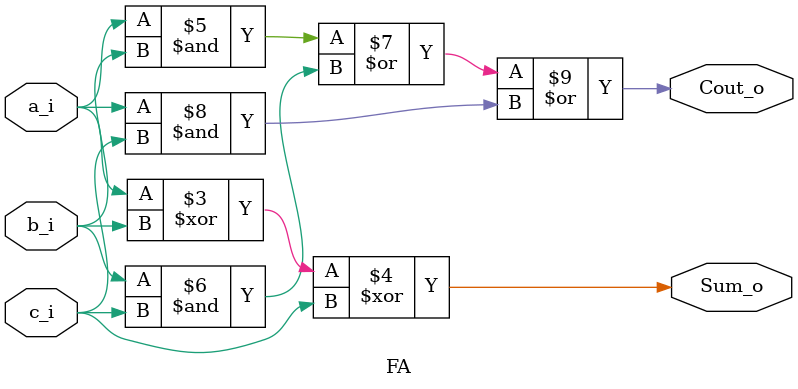
<source format=v>
module MUL_TOP(
    clk,
    rst_n,
    A,
    B,
    Out
);

input clk, rst_n;
input [31:0] A;
input [31:0] B;
output [31:0] Out;

reg [31:0] p1_r;
reg [22:0] p2_r;
wire [31:0] p1_w;
wire [22:0] p2_w;
wire [31:0] mul_out;

assign Out = mul_out;

Wallace_MUL_32_p1 wallace_32_p1 (
    .A_i(A),
    .B_i(B),
    .partialSum0_o(p1_w),
    .partialSum1_o(p2_w)
);

Wallace_MUL_32_p2 wallace_32_p2 (
    .partialSum0_i(p1_r),
    .partialSum1_i(p2_r),
    .Out_o(mul_out)
);

always @(posedge clk) begin
    if(~rst_n) begin
        p1_r <= 32'b0;
        p2_r <= 32'b0;
    end else begin
        p1_r <= p1_w;
        p2_r <= p2_w;
    end
end

endmodule

// module Wallace_MUL_32 (
//     A_i,
//     B_i,
//     Out_o
//     );

//     input [31:0] A_i;
//     input [31:0] B_i;
//     output [31:0] Out_o;

//     reg [31:0] product [0:31];

//     integer i, j;
//     genvar k;

//     // assign Out_o = A_i * B_i;

//     always @(*) begin
//         for (i=0; i<32; i=i+1) begin
//             for (j=0; j<32; j=j+1) begin
//                 product[i][j] = A_i[j] & B_i[i];
//             end
//         end
//     end

//     // stage 1: 32 -> 22
//     wire [32:0] stage1 [0:21];

//     assign stage1[0][0] = product[0][0];
//     HA ha1_01( .a_i(product[0][1]), .b_i(product[1][0]), .Sum_o(stage1[0][1]), .Cout_o(stage1[1][2]) );
//     generate
//         for (k=2; k<=31; k=k+1) begin: gen_stage1_1
//             FA fa1_k( .a_i(product[0][k]), .b_i(product[1][k-1]), .c_i(product[2][k-2]), .Sum_o(stage1[0][k]), .Cout_o(stage1[1][k+1]) );
//         end
//     endgenerate

//     assign stage1[2][3] = product[3][0];
//     HA ha1_24( .a_i(product[3][1]), .b_i(product[4][0]), .Sum_o(stage1[2][4]), .Cout_o(stage1[3][5]) );
//     generate
//         for (k=5; k<=31; k=k+1) begin: gen_stage1_2
//             FA fa1_k( .a_i(product[3][k-3]), .b_i(product[4][k-4]), .c_i(product[5][k-5]), .Sum_o(stage1[2][k]), .Cout_o(stage1[3][k+1]) );
//         end
//     endgenerate

//     assign stage1[4][6] = product[6][0];
//     HA ha1_47( .a_i(product[6][1]), .b_i(product[7][0]), .Sum_o(stage1[4][7]), .Cout_o(stage1[5][8]) );
//     generate
//         for (k=8; k<=31; k=k+1) begin: gen_stage1_3
//             FA fa1_k( .a_i(product[6][k-6]), .b_i(product[7][k-7]), .c_i(product[8][k-8]), .Sum_o(stage1[4][k]), .Cout_o(stage1[5][k+1]) );
//         end
//     endgenerate

//     assign stage1[6][9] = product[9][0];
//     HA ha1_610( .a_i(product[9][1]), .b_i(product[10][0]), .Sum_o(stage1[6][10]), .Cout_o(stage1[7][11]) );
//     generate
//         for (k=11; k<=31; k=k+1) begin: gen_stage1_4
//             FA fa1_k( .a_i(product[9][k-9]), .b_i(product[10][k-10]), .c_i(product[11][k-11]), .Sum_o(stage1[6][k]), .Cout_o(stage1[7][k+1]) );
//         end
//     endgenerate

//     assign stage1[8][12] = product[12][0];
//     HA ha1_813( .a_i(product[12][1]), .b_i(product[13][0]), .Sum_o(stage1[8][13]), .Cout_o(stage1[9][14]) );
//     generate
//         for (k=14; k<=31; k=k+1) begin: gen_stage1_5
//             FA fa1_k( .a_i(product[12][k-12]), .b_i(product[13][k-13]), .c_i(product[14][k-14]), .Sum_o(stage1[8][k]), .Cout_o(stage1[9][k+1]) );
//         end
//     endgenerate

//     assign stage1[10][15] = product[15][0];
//     HA ha1_1016( .a_i(product[15][1]), .b_i(product[16][0]), .Sum_o(stage1[10][16]), .Cout_o(stage1[11][17]) );
//     generate
//         for (k=17; k<=31; k=k+1) begin: gen_stage1_6
//             FA fa1_k( .a_i(product[15][k-15]), .b_i(product[16][k-16]), .c_i(product[17][k-17]), .Sum_o(stage1[10][k]), .Cout_o(stage1[11][k+1]) );
//         end
//     endgenerate

//     assign stage1[12][18] = product[18][0];
//     HA ha1_1219( .a_i(product[18][1]), .b_i(product[19][0]), .Sum_o(stage1[12][19]), .Cout_o(stage1[13][20]) );
//     generate
//         for (k=20; k<=31; k=k+1) begin: gen_stage1_7
//             FA fa1_k( .a_i(product[18][k-18]), .b_i(product[19][k-19]), .c_i(product[20][k-20]), .Sum_o(stage1[12][k]), .Cout_o(stage1[13][k+1]) );
//         end
//     endgenerate

//     assign stage1[14][21] = product[21][0];
//     HA ha1_1422( .a_i(product[21][1]), .b_i(product[22][0]), .Sum_o(stage1[14][22]), .Cout_o(stage1[15][23]) );
//     generate
//         for (k=23; k<=31; k=k+1) begin: gen_stage1_8
//             FA fa1_k( .a_i(product[21][k-21]), .b_i(product[22][k-22]), .c_i(product[23][k-23]), .Sum_o(stage1[14][k]), .Cout_o(stage1[15][k+1]) );
//         end
//     endgenerate

//     assign stage1[16][24] = product[24][0];
//     HA ha1_1625( .a_i(product[24][1]), .b_i(product[25][0]), .Sum_o(stage1[16][25]), .Cout_o(stage1[17][26]) );
//     generate
//         for (k=26; k<=31; k=k+1) begin: gen_stage1_9
//             FA fa1_k( .a_i(product[24][k-24]), .b_i(product[25][k-25]), .c_i(product[26][k-26]), .Sum_o(stage1[16][k]), .Cout_o(stage1[17][k+1]) );
//         end
//     endgenerate

//     assign stage1[18][27] = product[27][0];
//     HA ha1_1828( .a_i(product[27][1]), .b_i(product[28][0]), .Sum_o(stage1[18][28]), .Cout_o(stage1[19][29]) );
//     generate
//         for (k=29; k<=31; k=k+1) begin: gen_stage1_10
//             FA fa1_k( .a_i(product[27][k-27]), .b_i(product[28][k-28]), .c_i(product[29][k-29]), .Sum_o(stage1[18][k]), .Cout_o(stage1[19][k+1]) );
//         end
//     endgenerate

//     assign stage1[20][31:30] = product[30][1:0];
//     assign stage1[21][31] = product[31][0];

//     // stage 2: 22 -> 15
//     wire [32:0] stage2 [0:14];

//     assign stage2[0][1:0] = stage1[0][1:0];
//     HA ha2_02( .a_i(stage1[0][2]), .b_i(stage1[1][2]), .Sum_o(stage2[0][2]), .Cout_o(stage2[1][3]) );
//     generate
//         for (k=3; k<=31; k=k+1) begin: gen_stage2_1
//             FA fa2_k( .a_i(stage1[0][k]), .b_i(stage1[1][k]), .c_i(stage1[2][k]), .Sum_o(stage2[0][k]), .Cout_o(stage2[1][k+1]) );
//         end
//     endgenerate

//     assign stage2[2][5] = stage1[3][5];
//     HA ha2_26( .a_i(stage1[3][6]), .b_i(stage1[4][6]), .Sum_o(stage2[2][6]), .Cout_o(stage2[3][7]) );
//     HA ha2_27( .a_i(stage1[3][7]), .b_i(stage1[4][7]), .Sum_o(stage2[2][7]), .Cout_o(stage2[3][8]) );
//     generate
//         for (k=8; k<=31; k=k+1) begin: gen_stage2_2
//             FA fa2_k( .a_i(stage1[3][k]), .b_i(stage1[4][k]), .c_i(stage1[5][k]), .Sum_o(stage2[2][k]), .Cout_o(stage2[3][k+1]) );
//         end
//     endgenerate

//     assign stage2[4][10:9] = stage1[6][10:9];
//     HA ha2_411( .a_i(stage1[6][11]), .b_i(stage1[7][11]), .Sum_o(stage2[4][11]), .Cout_o(stage2[5][12]) );
//     generate
//         for (k=12; k<=31; k=k+1) begin: gen_stage2_3
//             FA fa2_k( .a_i(stage1[6][k]), .b_i(stage1[7][k]), .c_i(stage1[8][k]), .Sum_o(stage2[4][k]), .Cout_o(stage2[5][k+1]) );
//         end
//     endgenerate

//     assign stage2[6][14] = stage1[9][14];
//     HA ha2_615( .a_i(stage1[9][15]), .b_i(stage1[10][15]), .Sum_o(stage2[6][15]), .Cout_o(stage2[7][16]) );
//     HA ha2_616( .a_i(stage1[9][16]), .b_i(stage1[10][16]), .Sum_o(stage2[6][16]), .Cout_o(stage2[7][17]) );
//     generate
//         for (k=17; k<=31; k=k+1) begin: gen_stage2_4
//             FA fa2_k( .a_i(stage1[9][k]), .b_i(stage1[10][k]), .c_i(stage1[11][k]), .Sum_o(stage2[6][k]), .Cout_o(stage2[7][k+1]) );
//         end
//     endgenerate

//     assign stage2[8][19:18] = stage1[12][19:18];
//     HA ha2_820( .a_i(stage1[12][20]), .b_i(stage1[13][20]), .Sum_o(stage2[8][20]), .Cout_o(stage2[9][21]) );
//     generate
//         for (k=21; k<=31; k=k+1) begin: gen_stage2_5
//             FA fa2_k( .a_i(stage1[12][k]), .b_i(stage1[13][k]), .c_i(stage1[14][k]), .Sum_o(stage2[8][k]), .Cout_o(stage2[9][k+1]) );
//         end
//     endgenerate

//     assign stage2[10][23] = stage1[15][23];
//     HA ha2_1024( .a_i(stage1[15][24]), .b_i(stage1[16][24]), .Sum_o(stage2[10][24]), .Cout_o(stage2[11][25]) );
//     HA ha2_1025( .a_i(stage1[15][25]), .b_i(stage1[16][25]), .Sum_o(stage2[10][25]), .Cout_o(stage2[11][26]) );
//     generate
//         for (k=26; k<=31; k=k+1) begin: gen_stage2_6
//             FA fa2_k( .a_i(stage1[15][k]), .b_i(stage1[16][k]), .c_i(stage1[17][k]), .Sum_o(stage2[10][k]), .Cout_o(stage2[11][k+1]) );
//         end
//     endgenerate

//     assign stage2[12][28:27] = stage1[18][28:27];
//     HA ha2_1229( .a_i(stage1[18][29]), .b_i(stage1[19][29]), .Sum_o(stage2[12][29]), .Cout_o(stage2[13][30]) );
//     generate
//         for (k=30; k<=31; k=k+1) begin: gen_stage2_7
//             FA fa2_k( .a_i(stage1[18][k]), .b_i(stage1[19][k]), .c_i(stage1[20][k]), .Sum_o(stage2[12][k]), .Cout_o(stage2[13][k+1]) );
//         end
//     endgenerate

//     assign stage2[14][31] = stage1[21][31];

//     // stage 3: 15 -> 10
//     wire [32:0] stage3 [0:9];

//     assign stage3[0][2:0] = stage2[0][2:0];
//     HA ha3_03( .a_i(stage2[0][3]), .b_i(stage2[1][3]), .Sum_o(stage3[0][3]), .Cout_o(stage3[1][4]) );
//     HA ha3_04( .a_i(stage2[0][4]), .b_i(stage2[1][4]), .Sum_o(stage3[0][4]), .Cout_o(stage3[1][5]) );
//     generate
//         for (k=5; k<=31; k=k+1) begin: gen_stage3_1
//             FA fa3_k( .a_i(stage2[0][k]), .b_i(stage2[1][k]), .c_i(stage2[2][k]), .Sum_o(stage3[0][k]), .Cout_o(stage3[1][k+1]) );
//         end
//     endgenerate

//     assign stage3[2][8:7] = stage2[3][8:7];
//     HA ha3_29( .a_i(stage2[3][9]), .b_i(stage2[4][9]), .Sum_o(stage3[2][9]), .Cout_o(stage3[3][10]) );
//     HA ha3_210( .a_i(stage2[3][10]), .b_i(stage2[4][10]), .Sum_o(stage3[2][10]), .Cout_o(stage3[3][11]) );
//     HA ha3_211( .a_i(stage2[3][11]), .b_i(stage2[4][11]), .Sum_o(stage3[2][11]), .Cout_o(stage3[3][12]) );
//     generate
//         for (k=12; k<=31; k=k+1) begin: gen_stage3_2
//             FA fa3_k( .a_i(stage2[3][k]), .b_i(stage2[4][k]), .c_i(stage2[5][k]), .Sum_o(stage3[2][k]), .Cout_o(stage3[3][k+1]) );
//         end
//     endgenerate

//     assign stage3[4][15:14] = stage2[6][15:14];
//     HA ha3_416( .a_i(stage2[6][16]), .b_i(stage2[7][16]), .Sum_o(stage3[4][16]), .Cout_o(stage3[5][17]) );
//     HA ha3_417( .a_i(stage2[6][17]), .b_i(stage2[7][17]), .Sum_o(stage3[4][17]), .Cout_o(stage3[5][18]) );
//     generate
//         for (k=18; k<=31; k=k+1) begin: gen_stage3_3
//             FA fa3_k( .a_i(stage2[6][k]), .b_i(stage2[7][k]), .c_i(stage2[8][k]), .Sum_o(stage3[4][k]), .Cout_o(stage3[5][k+1]) );
//         end
//     endgenerate

//     assign stage3[6][22:21] = stage2[9][22:21];
//     HA ha3_623( .a_i(stage2[9][23]), .b_i(stage2[10][23]), .Sum_o(stage3[6][23]), .Cout_o(stage3[7][24]) );
//     HA ha3_624( .a_i(stage2[9][24]), .b_i(stage2[10][24]), .Sum_o(stage3[6][24]), .Cout_o(stage3[7][25]) );
//     generate
//         for (k=25; k<=31; k=k+1) begin: gen_stage3_4
//             FA fa3_k( .a_i(stage2[9][k]), .b_i(stage2[10][k]), .c_i(stage2[11][k]), .Sum_o(stage3[6][k]), .Cout_o(stage3[7][k+1]) );
//         end
//     endgenerate

//     assign stage3[8][29:27] = stage2[12][29:27];
//     HA ha3_830( .a_i(stage2[12][30]), .b_i(stage2[13][30]), .Sum_o(stage3[8][30]), .Cout_o(stage3[9][31]) );
//     FA fa3_831( .a_i(stage2[12][31]), .b_i(stage2[13][31]), .c_i(stage2[14][31]), .Sum_o(stage3[8][31]) );

//     // stage 4: 10 -> 7
//     wire [32:0] stage4 [0:6];

//     assign stage4[0][3:0] = stage3[0][3:0];
//     HA ha4_04( .a_i(stage3[0][4]), .b_i(stage3[1][4]), .Sum_o(stage4[0][4]), .Cout_o(stage4[1][5]) );
//     HA ha4_05( .a_i(stage3[0][5]), .b_i(stage3[1][5]), .Sum_o(stage4[0][5]), .Cout_o(stage4[1][6]) );
//     HA ha4_06( .a_i(stage3[0][6]), .b_i(stage3[1][6]), .Sum_o(stage4[0][6]), .Cout_o(stage4[1][7]) );
//     generate
//         for (k=7; k<=31; k=k+1) begin: gen_stage4_1
//             FA fa4_k( .a_i(stage3[0][k]), .b_i(stage3[1][k]), .c_i(stage3[2][k]), .Sum_o(stage4[0][k]), .Cout_o(stage4[1][k+1]) );
//         end
//     endgenerate

//     assign stage4[2][13:10] = stage3[3][13:10];
//     HA ha4_214( .a_i(stage3[3][14]), .b_i(stage3[4][14]), .Sum_o(stage4[2][14]), .Cout_o(stage4[3][15]) );
//     HA ha4_215( .a_i(stage3[3][15]), .b_i(stage3[4][15]), .Sum_o(stage4[2][15]), .Cout_o(stage4[3][16]) );
//     HA ha4_216( .a_i(stage3[3][16]), .b_i(stage3[4][16]), .Sum_o(stage4[2][16]), .Cout_o(stage4[3][17]) );
//     generate
//         for (k=17; k<=31; k=k+1) begin: gen_stage4_2
//             FA fa4_k( .a_i(stage3[3][k]), .b_i(stage3[4][k]), .c_i(stage3[5][k]), .Sum_o(stage4[2][k]), .Cout_o(stage4[3][k+1]) );
//         end
//     endgenerate

//     assign stage4[4][23:21] = stage3[6][23:21];
//     HA ha4_424( .a_i(stage3[6][24]), .b_i(stage3[7][24]), .Sum_o(stage4[4][24]), .Cout_o(stage4[5][25]) );
//     HA ha4_425( .a_i(stage3[6][25]), .b_i(stage3[7][25]), .Sum_o(stage4[4][25]), .Cout_o(stage4[5][26]) );
//     HA ha4_426( .a_i(stage3[6][26]), .b_i(stage3[7][26]), .Sum_o(stage4[4][26]), .Cout_o(stage4[5][27]) );
//     generate
//         for (k=27; k<=31; k=k+1) begin: gen_stage4_3
//             FA fa4_k( .a_i(stage3[6][k]), .b_i(stage3[7][k]), .c_i(stage3[8][k]), .Sum_o(stage4[4][k]), .Cout_o(stage4[5][k+1]) );
//         end
//     endgenerate

//     assign stage4[6][31] = stage3[9][31];

//     // stage 5: 7 -> 5
//     wire [32:0] stage5 [0:4];

//     assign stage5[0][4:0] = stage4[0][4:0];
//     HA ha5_05( .a_i(stage4[0][5]), .b_i(stage4[1][5]), .Sum_o(stage5[0][5]), .Cout_o(stage5[1][6]) );
//     HA ha5_06( .a_i(stage4[0][6]), .b_i(stage4[1][6]), .Sum_o(stage5[0][6]), .Cout_o(stage5[1][7]) );
//     HA ha5_07( .a_i(stage4[0][7]), .b_i(stage4[1][7]), .Sum_o(stage5[0][7]), .Cout_o(stage5[1][8]) );
//     HA ha5_08( .a_i(stage4[0][8]), .b_i(stage4[1][8]), .Sum_o(stage5[0][8]), .Cout_o(stage5[1][9]) );
//     HA ha5_09( .a_i(stage4[0][9]), .b_i(stage4[1][9]), .Sum_o(stage5[0][9]), .Cout_o(stage5[1][10]) );
//     generate
//         for (k=10; k<=31; k=k+1) begin: gen_stage5_1
//             FA fa5_k( .a_i(stage4[0][k]), .b_i(stage4[1][k]), .c_i(stage4[2][k]), .Sum_o(stage5[0][k]), .Cout_o(stage5[1][k+1]) );
//         end
//     endgenerate

//     assign stage5[2][20:15] = stage4[3][20:15];
//     HA ha5_221( .a_i(stage4[3][21]), .b_i(stage4[4][21]), .Sum_o(stage5[2][21]), .Cout_o(stage5[3][22]) );
//     HA ha5_222( .a_i(stage4[3][22]), .b_i(stage4[4][22]), .Sum_o(stage5[2][22]), .Cout_o(stage5[3][23]) );
//     HA ha5_223( .a_i(stage4[3][23]), .b_i(stage4[4][23]), .Sum_o(stage5[2][23]), .Cout_o(stage5[3][24]) );
//     HA ha5_224( .a_i(stage4[3][24]), .b_i(stage4[4][24]), .Sum_o(stage5[2][24]), .Cout_o(stage5[3][25]) );
//     generate
//         for (k=25; k<=31; k=k+1) begin: gen_stage5_2
//             FA fa5_k( .a_i(stage4[3][k]), .b_i(stage4[4][k]), .c_i(stage4[5][k]), .Sum_o(stage5[2][k]), .Cout_o(stage5[3][k+1]) );
//         end
//     endgenerate
//     assign stage5[4][31] = stage4[6][31];


//     // stage 6: 5 -> 4
//     wire [32:0] stage6 [0:3];

//     assign stage6[0][5:0] = stage5[0][5:0];
//     generate
//         for (k=6; k<=14; k=k+1) begin: gen_stage6_1
//             HA ha_6_k( .a_i(stage5[0][k]), .b_i(stage5[1][k]), .Sum_o(stage6[0][k]), .Cout_o(stage6[1][k+1]) );
//         end
//         for (k=15; k<=31; k=k+1) begin: gen_stage6_2
//             FA fa_6_k( .a_i(stage5[0][k]), .b_i(stage5[1][k]), .c_i(stage5[2][k]), .Sum_o(stage6[0][k]), .Cout_o(stage6[1][k+1]) );
//         end
//     endgenerate

//     assign stage6[2][31:22] = stage5[3][31:22];
//     assign stage6[3][31] = stage5[4][31];

//     // stage 7: 4 -> 3
//     wire [32:0] stage7 [0:2];

//     assign stage7[0][6:0] = stage6[0][6:0];
//     generate
//         for (k=7; k<=21; k=k+1) begin: gen_stage7_1
//             HA ha_7_k( .a_i(stage6[0][k]), .b_i(stage6[1][k]), .Sum_o(stage7[0][k]), .Cout_o(stage7[1][k+1]) );
//         end
//         for (k=22; k<=31; k=k+1) begin: gen_stage7_2
//             FA fa_7_k( .a_i(stage6[0][k]), .b_i(stage6[1][k]), .c_i(stage6[2][k]), .Sum_o(stage7[0][k]), .Cout_o(stage7[1][k+1]) );
//         end
//     endgenerate
//     assign stage7[2][31] = stage6[3][31];

//     // stage 8: 3 -> 2
//     wire [32:0] stage8 [0:1];

//     assign stage8[0][7:0] = stage7[0][7:0];
//     generate
//         for (k=8; k<=30; k=k+1) begin: gen_stage8_1
//             HA ha_8_k( .a_i(stage7[0][k]), .b_i(stage7[1][k]), .Sum_o(stage8[0][k]), .Cout_o(stage8[1][k+1]) );
//         end
//     endgenerate
//     FA fa_8_31( .a_i(stage7[0][31]), .b_i(stage7[1][31]), .c_i(stage7[2][31]), .Sum_o(stage8[0][31]) );

//     // Output
//     assign Out_o[31:9] = stage8[0][31:9] + stage8[1][31:9];
//     assign Out_o[8:0] = stage8[0][8:0];

// endmodule

module Wallace_MUL_32_p1 (
    A_i,
    B_i,
    partialSum0_o,
    partialSum1_o
    );

    input [31:0] A_i;
    input [31:0] B_i;
    output [31:0] partialSum0_o;
    output [22:0] partialSum1_o;

    reg [31:0] product [0:31];

    integer i, j;
    genvar k;

    // assign Out_o = A_i * B_i;

    always @(*) begin
        for (i=0; i<32; i=i+1) begin
            for (j=0; j<32; j=j+1) begin
                product[i][j] = A_i[j] & B_i[i];
            end
        end
    end

    // stage 1: 32 -> 22
    wire [32:0] stage1 [0:21];

    assign stage1[0][0] = product[0][0];
    HA ha1_01( .a_i(product[0][1]), .b_i(product[1][0]), .Sum_o(stage1[0][1]), .Cout_o(stage1[1][2]) );
    generate
        for (k=2; k<=31; k=k+1) begin: gen_stage1_1
            FA fa1_k( .a_i(product[0][k]), .b_i(product[1][k-1]), .c_i(product[2][k-2]), .Sum_o(stage1[0][k]), .Cout_o(stage1[1][k+1]) );
        end
    endgenerate

    assign stage1[2][3] = product[3][0];
    HA ha1_24( .a_i(product[3][1]), .b_i(product[4][0]), .Sum_o(stage1[2][4]), .Cout_o(stage1[3][5]) );
    generate
        for (k=5; k<=31; k=k+1) begin: gen_stage1_2
            FA fa1_k( .a_i(product[3][k-3]), .b_i(product[4][k-4]), .c_i(product[5][k-5]), .Sum_o(stage1[2][k]), .Cout_o(stage1[3][k+1]) );
        end
    endgenerate

    assign stage1[4][6] = product[6][0];
    HA ha1_47( .a_i(product[6][1]), .b_i(product[7][0]), .Sum_o(stage1[4][7]), .Cout_o(stage1[5][8]) );
    generate
        for (k=8; k<=31; k=k+1) begin: gen_stage1_3
            FA fa1_k( .a_i(product[6][k-6]), .b_i(product[7][k-7]), .c_i(product[8][k-8]), .Sum_o(stage1[4][k]), .Cout_o(stage1[5][k+1]) );
        end
    endgenerate

    assign stage1[6][9] = product[9][0];
    HA ha1_610( .a_i(product[9][1]), .b_i(product[10][0]), .Sum_o(stage1[6][10]), .Cout_o(stage1[7][11]) );
    generate
        for (k=11; k<=31; k=k+1) begin: gen_stage1_4
            FA fa1_k( .a_i(product[9][k-9]), .b_i(product[10][k-10]), .c_i(product[11][k-11]), .Sum_o(stage1[6][k]), .Cout_o(stage1[7][k+1]) );
        end
    endgenerate

    assign stage1[8][12] = product[12][0];
    HA ha1_813( .a_i(product[12][1]), .b_i(product[13][0]), .Sum_o(stage1[8][13]), .Cout_o(stage1[9][14]) );
    generate
        for (k=14; k<=31; k=k+1) begin: gen_stage1_5
            FA fa1_k( .a_i(product[12][k-12]), .b_i(product[13][k-13]), .c_i(product[14][k-14]), .Sum_o(stage1[8][k]), .Cout_o(stage1[9][k+1]) );
        end
    endgenerate

    assign stage1[10][15] = product[15][0];
    HA ha1_1016( .a_i(product[15][1]), .b_i(product[16][0]), .Sum_o(stage1[10][16]), .Cout_o(stage1[11][17]) );
    generate
        for (k=17; k<=31; k=k+1) begin: gen_stage1_6
            FA fa1_k( .a_i(product[15][k-15]), .b_i(product[16][k-16]), .c_i(product[17][k-17]), .Sum_o(stage1[10][k]), .Cout_o(stage1[11][k+1]) );
        end
    endgenerate

    assign stage1[12][18] = product[18][0];
    HA ha1_1219( .a_i(product[18][1]), .b_i(product[19][0]), .Sum_o(stage1[12][19]), .Cout_o(stage1[13][20]) );
    generate
        for (k=20; k<=31; k=k+1) begin: gen_stage1_7
            FA fa1_k( .a_i(product[18][k-18]), .b_i(product[19][k-19]), .c_i(product[20][k-20]), .Sum_o(stage1[12][k]), .Cout_o(stage1[13][k+1]) );
        end
    endgenerate

    assign stage1[14][21] = product[21][0];
    HA ha1_1422( .a_i(product[21][1]), .b_i(product[22][0]), .Sum_o(stage1[14][22]), .Cout_o(stage1[15][23]) );
    generate
        for (k=23; k<=31; k=k+1) begin: gen_stage1_8
            FA fa1_k( .a_i(product[21][k-21]), .b_i(product[22][k-22]), .c_i(product[23][k-23]), .Sum_o(stage1[14][k]), .Cout_o(stage1[15][k+1]) );
        end
    endgenerate

    assign stage1[16][24] = product[24][0];
    HA ha1_1625( .a_i(product[24][1]), .b_i(product[25][0]), .Sum_o(stage1[16][25]), .Cout_o(stage1[17][26]) );
    generate
        for (k=26; k<=31; k=k+1) begin: gen_stage1_9
            FA fa1_k( .a_i(product[24][k-24]), .b_i(product[25][k-25]), .c_i(product[26][k-26]), .Sum_o(stage1[16][k]), .Cout_o(stage1[17][k+1]) );
        end
    endgenerate

    assign stage1[18][27] = product[27][0];
    HA ha1_1828( .a_i(product[27][1]), .b_i(product[28][0]), .Sum_o(stage1[18][28]), .Cout_o(stage1[19][29]) );
    generate
        for (k=29; k<=31; k=k+1) begin: gen_stage1_10
            FA fa1_k( .a_i(product[27][k-27]), .b_i(product[28][k-28]), .c_i(product[29][k-29]), .Sum_o(stage1[18][k]), .Cout_o(stage1[19][k+1]) );
        end
    endgenerate

    assign stage1[20][31:30] = product[30][1:0];
    assign stage1[21][31] = product[31][0];

    // stage 2: 22 -> 15
    wire [32:0] stage2 [0:14];

    assign stage2[0][1:0] = stage1[0][1:0];
    HA ha2_02( .a_i(stage1[0][2]), .b_i(stage1[1][2]), .Sum_o(stage2[0][2]), .Cout_o(stage2[1][3]) );
    generate
        for (k=3; k<=31; k=k+1) begin: gen_stage2_1
            FA fa2_k( .a_i(stage1[0][k]), .b_i(stage1[1][k]), .c_i(stage1[2][k]), .Sum_o(stage2[0][k]), .Cout_o(stage2[1][k+1]) );
        end
    endgenerate

    assign stage2[2][5] = stage1[3][5];
    HA ha2_26( .a_i(stage1[3][6]), .b_i(stage1[4][6]), .Sum_o(stage2[2][6]), .Cout_o(stage2[3][7]) );
    HA ha2_27( .a_i(stage1[3][7]), .b_i(stage1[4][7]), .Sum_o(stage2[2][7]), .Cout_o(stage2[3][8]) );
    generate
        for (k=8; k<=31; k=k+1) begin: gen_stage2_2
            FA fa2_k( .a_i(stage1[3][k]), .b_i(stage1[4][k]), .c_i(stage1[5][k]), .Sum_o(stage2[2][k]), .Cout_o(stage2[3][k+1]) );
        end
    endgenerate

    assign stage2[4][10:9] = stage1[6][10:9];
    HA ha2_411( .a_i(stage1[6][11]), .b_i(stage1[7][11]), .Sum_o(stage2[4][11]), .Cout_o(stage2[5][12]) );
    generate
        for (k=12; k<=31; k=k+1) begin: gen_stage2_3
            FA fa2_k( .a_i(stage1[6][k]), .b_i(stage1[7][k]), .c_i(stage1[8][k]), .Sum_o(stage2[4][k]), .Cout_o(stage2[5][k+1]) );
        end
    endgenerate

    assign stage2[6][14] = stage1[9][14];
    HA ha2_615( .a_i(stage1[9][15]), .b_i(stage1[10][15]), .Sum_o(stage2[6][15]), .Cout_o(stage2[7][16]) );
    HA ha2_616( .a_i(stage1[9][16]), .b_i(stage1[10][16]), .Sum_o(stage2[6][16]), .Cout_o(stage2[7][17]) );
    generate
        for (k=17; k<=31; k=k+1) begin: gen_stage2_4
            FA fa2_k( .a_i(stage1[9][k]), .b_i(stage1[10][k]), .c_i(stage1[11][k]), .Sum_o(stage2[6][k]), .Cout_o(stage2[7][k+1]) );
        end
    endgenerate

    assign stage2[8][19:18] = stage1[12][19:18];
    HA ha2_820( .a_i(stage1[12][20]), .b_i(stage1[13][20]), .Sum_o(stage2[8][20]), .Cout_o(stage2[9][21]) );
    generate
        for (k=21; k<=31; k=k+1) begin: gen_stage2_5
            FA fa2_k( .a_i(stage1[12][k]), .b_i(stage1[13][k]), .c_i(stage1[14][k]), .Sum_o(stage2[8][k]), .Cout_o(stage2[9][k+1]) );
        end
    endgenerate

    assign stage2[10][23] = stage1[15][23];
    HA ha2_1024( .a_i(stage1[15][24]), .b_i(stage1[16][24]), .Sum_o(stage2[10][24]), .Cout_o(stage2[11][25]) );
    HA ha2_1025( .a_i(stage1[15][25]), .b_i(stage1[16][25]), .Sum_o(stage2[10][25]), .Cout_o(stage2[11][26]) );
    generate
        for (k=26; k<=31; k=k+1) begin: gen_stage2_6
            FA fa2_k( .a_i(stage1[15][k]), .b_i(stage1[16][k]), .c_i(stage1[17][k]), .Sum_o(stage2[10][k]), .Cout_o(stage2[11][k+1]) );
        end
    endgenerate

    assign stage2[12][28:27] = stage1[18][28:27];
    HA ha2_1229( .a_i(stage1[18][29]), .b_i(stage1[19][29]), .Sum_o(stage2[12][29]), .Cout_o(stage2[13][30]) );
    generate
        for (k=30; k<=31; k=k+1) begin: gen_stage2_7
            FA fa2_k( .a_i(stage1[18][k]), .b_i(stage1[19][k]), .c_i(stage1[20][k]), .Sum_o(stage2[12][k]), .Cout_o(stage2[13][k+1]) );
        end
    endgenerate

    assign stage2[14][31] = stage1[21][31];

    // stage 3: 15 -> 10
    wire [32:0] stage3 [0:9];

    assign stage3[0][2:0] = stage2[0][2:0];
    HA ha3_03( .a_i(stage2[0][3]), .b_i(stage2[1][3]), .Sum_o(stage3[0][3]), .Cout_o(stage3[1][4]) );
    HA ha3_04( .a_i(stage2[0][4]), .b_i(stage2[1][4]), .Sum_o(stage3[0][4]), .Cout_o(stage3[1][5]) );
    generate
        for (k=5; k<=31; k=k+1) begin: gen_stage3_1
            FA fa3_k( .a_i(stage2[0][k]), .b_i(stage2[1][k]), .c_i(stage2[2][k]), .Sum_o(stage3[0][k]), .Cout_o(stage3[1][k+1]) );
        end
    endgenerate

    assign stage3[2][8:7] = stage2[3][8:7];
    HA ha3_29( .a_i(stage2[3][9]), .b_i(stage2[4][9]), .Sum_o(stage3[2][9]), .Cout_o(stage3[3][10]) );
    HA ha3_210( .a_i(stage2[3][10]), .b_i(stage2[4][10]), .Sum_o(stage3[2][10]), .Cout_o(stage3[3][11]) );
    HA ha3_211( .a_i(stage2[3][11]), .b_i(stage2[4][11]), .Sum_o(stage3[2][11]), .Cout_o(stage3[3][12]) );
    generate
        for (k=12; k<=31; k=k+1) begin: gen_stage3_2
            FA fa3_k( .a_i(stage2[3][k]), .b_i(stage2[4][k]), .c_i(stage2[5][k]), .Sum_o(stage3[2][k]), .Cout_o(stage3[3][k+1]) );
        end
    endgenerate

    assign stage3[4][15:14] = stage2[6][15:14];
    HA ha3_416( .a_i(stage2[6][16]), .b_i(stage2[7][16]), .Sum_o(stage3[4][16]), .Cout_o(stage3[5][17]) );
    HA ha3_417( .a_i(stage2[6][17]), .b_i(stage2[7][17]), .Sum_o(stage3[4][17]), .Cout_o(stage3[5][18]) );
    generate
        for (k=18; k<=31; k=k+1) begin: gen_stage3_3
            FA fa3_k( .a_i(stage2[6][k]), .b_i(stage2[7][k]), .c_i(stage2[8][k]), .Sum_o(stage3[4][k]), .Cout_o(stage3[5][k+1]) );
        end
    endgenerate

    assign stage3[6][22:21] = stage2[9][22:21];
    HA ha3_623( .a_i(stage2[9][23]), .b_i(stage2[10][23]), .Sum_o(stage3[6][23]), .Cout_o(stage3[7][24]) );
    HA ha3_624( .a_i(stage2[9][24]), .b_i(stage2[10][24]), .Sum_o(stage3[6][24]), .Cout_o(stage3[7][25]) );
    generate
        for (k=25; k<=31; k=k+1) begin: gen_stage3_4
            FA fa3_k( .a_i(stage2[9][k]), .b_i(stage2[10][k]), .c_i(stage2[11][k]), .Sum_o(stage3[6][k]), .Cout_o(stage3[7][k+1]) );
        end
    endgenerate

    assign stage3[8][29:27] = stage2[12][29:27];
    HA ha3_830( .a_i(stage2[12][30]), .b_i(stage2[13][30]), .Sum_o(stage3[8][30]), .Cout_o(stage3[9][31]) );
    FA fa3_831( .a_i(stage2[12][31]), .b_i(stage2[13][31]), .c_i(stage2[14][31]), .Sum_o(stage3[8][31]) );

    // stage 4: 10 -> 7
    wire [32:0] stage4 [0:6];

    assign stage4[0][3:0] = stage3[0][3:0];
    HA ha4_04( .a_i(stage3[0][4]), .b_i(stage3[1][4]), .Sum_o(stage4[0][4]), .Cout_o(stage4[1][5]) );
    HA ha4_05( .a_i(stage3[0][5]), .b_i(stage3[1][5]), .Sum_o(stage4[0][5]), .Cout_o(stage4[1][6]) );
    HA ha4_06( .a_i(stage3[0][6]), .b_i(stage3[1][6]), .Sum_o(stage4[0][6]), .Cout_o(stage4[1][7]) );
    generate
        for (k=7; k<=31; k=k+1) begin: gen_stage4_1
            FA fa4_k( .a_i(stage3[0][k]), .b_i(stage3[1][k]), .c_i(stage3[2][k]), .Sum_o(stage4[0][k]), .Cout_o(stage4[1][k+1]) );
        end
    endgenerate

    assign stage4[2][13:10] = stage3[3][13:10];
    HA ha4_214( .a_i(stage3[3][14]), .b_i(stage3[4][14]), .Sum_o(stage4[2][14]), .Cout_o(stage4[3][15]) );
    HA ha4_215( .a_i(stage3[3][15]), .b_i(stage3[4][15]), .Sum_o(stage4[2][15]), .Cout_o(stage4[3][16]) );
    HA ha4_216( .a_i(stage3[3][16]), .b_i(stage3[4][16]), .Sum_o(stage4[2][16]), .Cout_o(stage4[3][17]) );
    generate
        for (k=17; k<=31; k=k+1) begin: gen_stage4_2
            FA fa4_k( .a_i(stage3[3][k]), .b_i(stage3[4][k]), .c_i(stage3[5][k]), .Sum_o(stage4[2][k]), .Cout_o(stage4[3][k+1]) );
        end
    endgenerate

    assign stage4[4][23:21] = stage3[6][23:21];
    HA ha4_424( .a_i(stage3[6][24]), .b_i(stage3[7][24]), .Sum_o(stage4[4][24]), .Cout_o(stage4[5][25]) );
    HA ha4_425( .a_i(stage3[6][25]), .b_i(stage3[7][25]), .Sum_o(stage4[4][25]), .Cout_o(stage4[5][26]) );
    HA ha4_426( .a_i(stage3[6][26]), .b_i(stage3[7][26]), .Sum_o(stage4[4][26]), .Cout_o(stage4[5][27]) );
    generate
        for (k=27; k<=31; k=k+1) begin: gen_stage4_3
            FA fa4_k( .a_i(stage3[6][k]), .b_i(stage3[7][k]), .c_i(stage3[8][k]), .Sum_o(stage4[4][k]), .Cout_o(stage4[5][k+1]) );
        end
    endgenerate

    assign stage4[6][31] = stage3[9][31];

    // stage 5: 7 -> 5
    wire [32:0] stage5 [0:4];

    assign stage5[0][4:0] = stage4[0][4:0];
    HA ha5_05( .a_i(stage4[0][5]), .b_i(stage4[1][5]), .Sum_o(stage5[0][5]), .Cout_o(stage5[1][6]) );
    HA ha5_06( .a_i(stage4[0][6]), .b_i(stage4[1][6]), .Sum_o(stage5[0][6]), .Cout_o(stage5[1][7]) );
    HA ha5_07( .a_i(stage4[0][7]), .b_i(stage4[1][7]), .Sum_o(stage5[0][7]), .Cout_o(stage5[1][8]) );
    HA ha5_08( .a_i(stage4[0][8]), .b_i(stage4[1][8]), .Sum_o(stage5[0][8]), .Cout_o(stage5[1][9]) );
    HA ha5_09( .a_i(stage4[0][9]), .b_i(stage4[1][9]), .Sum_o(stage5[0][9]), .Cout_o(stage5[1][10]) );
    generate
        for (k=10; k<=31; k=k+1) begin: gen_stage5_1
            FA fa5_k( .a_i(stage4[0][k]), .b_i(stage4[1][k]), .c_i(stage4[2][k]), .Sum_o(stage5[0][k]), .Cout_o(stage5[1][k+1]) );
        end
    endgenerate

    assign stage5[2][20:15] = stage4[3][20:15];
    HA ha5_221( .a_i(stage4[3][21]), .b_i(stage4[4][21]), .Sum_o(stage5[2][21]), .Cout_o(stage5[3][22]) );
    HA ha5_222( .a_i(stage4[3][22]), .b_i(stage4[4][22]), .Sum_o(stage5[2][22]), .Cout_o(stage5[3][23]) );
    HA ha5_223( .a_i(stage4[3][23]), .b_i(stage4[4][23]), .Sum_o(stage5[2][23]), .Cout_o(stage5[3][24]) );
    HA ha5_224( .a_i(stage4[3][24]), .b_i(stage4[4][24]), .Sum_o(stage5[2][24]), .Cout_o(stage5[3][25]) );
    generate
        for (k=25; k<=31; k=k+1) begin: gen_stage5_2
            FA fa5_k( .a_i(stage4[3][k]), .b_i(stage4[4][k]), .c_i(stage4[5][k]), .Sum_o(stage5[2][k]), .Cout_o(stage5[3][k+1]) );
        end
    endgenerate
    assign stage5[4][31] = stage4[6][31];


    // stage 6: 5 -> 4
    wire [32:0] stage6 [0:3];

    assign stage6[0][5:0] = stage5[0][5:0];
    generate
        for (k=6; k<=14; k=k+1) begin: gen_stage6_1
            HA ha_6_k( .a_i(stage5[0][k]), .b_i(stage5[1][k]), .Sum_o(stage6[0][k]), .Cout_o(stage6[1][k+1]) );
        end
        for (k=15; k<=31; k=k+1) begin: gen_stage6_2
            FA fa_6_k( .a_i(stage5[0][k]), .b_i(stage5[1][k]), .c_i(stage5[2][k]), .Sum_o(stage6[0][k]), .Cout_o(stage6[1][k+1]) );
        end
    endgenerate

    assign stage6[2][31:22] = stage5[3][31:22];
    assign stage6[3][31] = stage5[4][31];

    // stage 7: 4 -> 3
    wire [32:0] stage7 [0:2];

    assign stage7[0][6:0] = stage6[0][6:0];
    generate
        for (k=7; k<=21; k=k+1) begin: gen_stage7_1
            HA ha_7_k( .a_i(stage6[0][k]), .b_i(stage6[1][k]), .Sum_o(stage7[0][k]), .Cout_o(stage7[1][k+1]) );
        end
        for (k=22; k<=31; k=k+1) begin: gen_stage7_2
            FA fa_7_k( .a_i(stage6[0][k]), .b_i(stage6[1][k]), .c_i(stage6[2][k]), .Sum_o(stage7[0][k]), .Cout_o(stage7[1][k+1]) );
        end
    endgenerate
    assign stage7[2][31] = stage6[3][31];

    // stage 8: 3 -> 2
    wire [32:0] stage8 [0:1];

    assign stage8[0][7:0] = stage7[0][7:0];
    generate
        for (k=8; k<=30; k=k+1) begin: gen_stage8_1
            HA ha_8_k( .a_i(stage7[0][k]), .b_i(stage7[1][k]), .Sum_o(stage8[0][k]), .Cout_o(stage8[1][k+1]) );
        end
    endgenerate
    FA fa_8_31( .a_i(stage7[0][31]), .b_i(stage7[1][31]), .c_i(stage7[2][31]), .Sum_o(stage8[0][31]) );

    // Output
    assign partialSum0_o = stage8[0];
    assign partialSum1_o = stage8[1][31:9];

endmodule

module Wallace_MUL_32_p2 (
    partialSum0_i,
    partialSum1_i,    
    Out_o
);   

    input [31:0] partialSum0_i;
    input [22:0] partialSum1_i;
    output [31:0] Out_o;

    assign Out_o = partialSum0_i + { partialSum1_i, 9'b0 };

endmodule

module HA(
    a_i, 
    b_i, 
    Sum_o, 
    Cout_o
);

input a_i, b_i; // a and b are inputs with size 1-bit
output Sum_o, Cout_o; // Sum and Cout are outputs with size 1-bit

assign Sum_o = a_i ^ b_i; 
assign Cout_o = a_i & b_i; 

endmodule


module FA(
    a_i, 
    b_i, 
    c_i,
    Sum_o, 
    Cout_o
);

input a_i, b_i, c_i; // a and b are inputs with size 1-bit
output Sum_o, Cout_o; // Sum and Cout are outputs with size 1-bit

assign Sum_o = a_i ^ b_i ^ c_i;
assign Cout_o = (a_i & b_i) | (b_i & c_i) | (a_i & c_i);

endmodule

</source>
